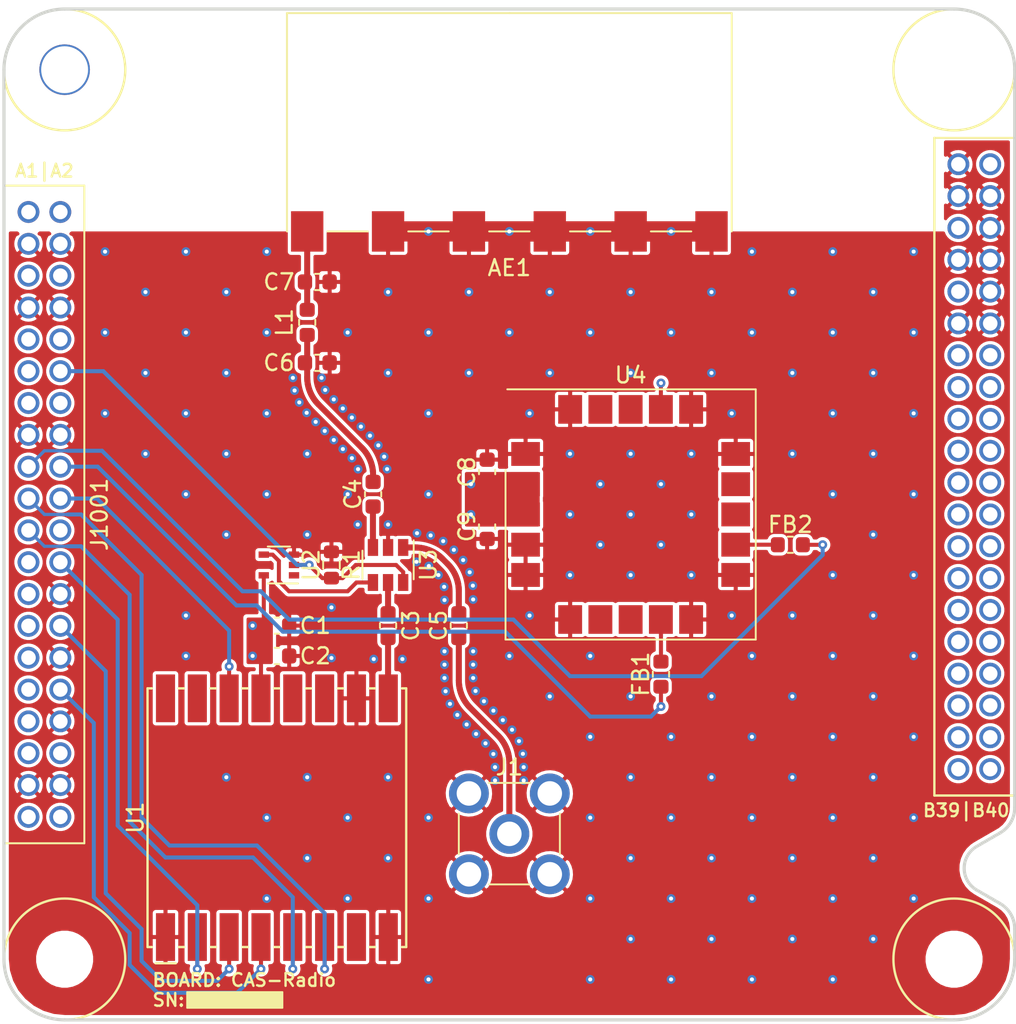
<source format=kicad_pcb>
(kicad_pcb (version 20171130) (host pcbnew "(5.1.9)-1")
  (layers (0 F.Cu signal) (1 In1.Cu power) (2 In2.Cu power) (31 B.Cu signal) (34 B.Paste user) (35 F.Paste user) (36 B.SilkS user) (37 F.SilkS user) (38 B.Mask user) (39 F.Mask user) (44 Edge.Cuts user))
  (net 0 "")
  (net 1 "Net-(AE1-Pad1)")
  (net 2 GND)
  (net 3 +3V3)
  (net 4 "Net-(C3-Pad1)")
  (net 5 /ANT)
  (net 6 "Net-(C4-Pad2)")
  (net 7 "Net-(C4-Pad1)")
  (net 8 "Net-(C5-Pad1)")
  (net 9 "Net-(C5-Pad2)")
  (net 10 /CAS-bus/SPI0_nSS5)
  (net 11 +BATT)
  (net 12 /CAS-bus/SPI0_nSS2)
  (net 13 /A)
  (net 14 +5V)
  (net 15 /CAS-bus/SPI0_nSS6)
  (net 16 /RF_INT)
  (net 17 /CAS-bus/SPI0_nSS4)
  (net 18 /CAS-bus/INT4)
  (net 19 /CAS-bus/I2C0_SDA)
  (net 20 /CAS-bus/SPI0_nSS8)
  (net 21 /CAS-bus/SPI0_nSS3)
  (net 22 /CAS-bus/SPI0_nSS7)
  (net 23 /SPI_nSS1)
  (net 24 /SPI_MOSI)
  (net 25 /SPI_MISO)
  (net 26 /CAS-bus/INT1)
  (net 27 /CAS-bus/I2C0_SCL)
  (net 28 /CAS-bus/INT3)
  (net 29 /RF_RST)
  (net 30 /CAS-bus/INT5)
  (net 31 /SPI_SCK)
  (net 32 /CAS-bus/INT2)
  (net 33 /CAS-bus/SPIHS_nSS2)
  (net 34 /CAS-bus/SPIHS_SCK)
  (net 35 "Net-(J1001-PadB19)")
  (net 36 "Net-(J1001-PadB29)")
  (net 37 "Net-(J1001-PadB35)")
  (net 38 "Net-(J1001-PadB23)")
  (net 39 "Net-(J1001-PadB21)")
  (net 40 "Net-(J1001-PadB16)")
  (net 41 "Net-(J1001-PadB26)")
  (net 42 "Net-(J1001-PadB31)")
  (net 43 "Net-(J1001-PadB27)")
  (net 44 "Net-(J1001-PadB15)")
  (net 45 "Net-(J1001-PadB18)")
  (net 46 "Net-(J1001-PadB20)")
  (net 47 /CAS-bus/SPIHS_nSS1)
  (net 48 "Net-(J1001-PadB17)")
  (net 49 "Net-(J1001-PadB40)")
  (net 50 "Net-(J1001-PadB25)")
  (net 51 "Net-(J1001-PadB28)")
  (net 52 "Net-(J1001-PadB32)")
  (net 53 "Net-(J1001-PadB33)")
  (net 54 "Net-(J1001-PadB22)")
  (net 55 "Net-(J1001-PadB38)")
  (net 56 /CAS-bus/SPIHS_MISO)
  (net 57 "Net-(J1001-PadB30)")
  (net 58 "Net-(J1001-PadB37)")
  (net 59 "Net-(J1001-PadB36)")
  (net 60 /CAS-bus/SPIHS_MOSI)
  (net 61 "Net-(J1001-PadB39)")
  (net 62 "Net-(J1001-PadB24)")
  (net 63 "Net-(J1001-PadB34)")
  (net 64 "Net-(U1-Pad7)")
  (net 65 "Net-(U1-Pad11)")
  (net 66 "Net-(U1-Pad12)")
  (net 67 "Net-(U1-Pad15)")
  (net 68 "Net-(U1-Pad16)")
  (net 69 /B)
  (net 70 "Net-(U4-Pad7)")
  (net 71 "Net-(U4-Pad8)")
  (net 72 /SDA)
  (net 73 /SCL)
  (net 74 "Net-(U4-Pad13)")
  (net 75 "Net-(U4-Pad14)")
  (net 76 "Net-(U4-Pad18)")
  (net 77 "Net-(U4-Pad19)")
  (net 78 "Net-(FB1-Pad2)")
  (net 79 "Net-(FB2-Pad2)")
  (module RF_GPS:ublox_SAM-M8Q (layer F.Cu) (at 39.37 31.75)
    (fp_text reference U4 (at 0 -8.75) (layer F.SilkS))
    (fp_text value ublox_SAM-M8Q)
    (pad 20 smd rect (at -3.8 -6.6) (size 1.5 1.8) (layers F.Cu F.Mask) (net 2 GND))
    (pad 19 smd rect (at -1.9 -6.6) (size 1.5 1.8) (layers F.Cu F.Mask) (net 77 "Net-(U4-Pad19)"))
    (pad 18 smd rect (at 0 -6.6) (size 1.5 1.8) (layers F.Cu F.Mask) (net 76 "Net-(U4-Pad18)"))
    (pad 17 smd rect (at 1.9 -6.6) (size 1.5 1.8) (layers F.Cu F.Mask) (net 3 +3V3))
    (pad 16 smd rect (at 3.8 -6.6) (size 1.5 1.8) (layers F.Cu F.Mask) (net 2 GND))
    (pad 15 smd rect (at 6.6 -3.8) (size 1.8 1.5) (layers F.Cu F.Mask) (net 2 GND))
    (pad 14 smd rect (at 6.6 -1.9) (size 1.8 1.5) (layers F.Cu F.Mask) (net 75 "Net-(U4-Pad14)"))
    (pad 13 smd rect (at 6.6 0) (size 1.8 1.5) (layers F.Cu F.Mask) (net 74 "Net-(U4-Pad13)"))
    (pad 12 smd rect (at 6.6 1.9) (size 1.8 1.5) (layers F.Cu F.Mask) (net 79 "Net-(FB2-Pad2)"))
    (pad 11 smd rect (at 6.6 3.8) (size 1.8 1.5) (layers F.Cu F.Mask) (net 2 GND))
    (pad 10 smd rect (at 3.8 6.6) (size 1.5 1.8) (layers F.Cu F.Mask) (net 2 GND))
    (pad 9 smd rect (at 1.9 6.6) (size 1.5 1.8) (layers F.Cu F.Mask) (net 78 "Net-(FB1-Pad2)"))
    (pad 8 smd rect (at 0 6.6) (size 1.5 1.8) (layers F.Cu F.Mask) (net 71 "Net-(U4-Pad8)"))
    (pad 7 smd rect (at -1.9 6.6) (size 1.5 1.8) (layers F.Cu F.Mask) (net 70 "Net-(U4-Pad7)"))
    (pad 6 smd rect (at -3.8 6.6) (size 1.5 1.8) (layers F.Cu F.Mask) (net 2 GND))
    (pad 5 smd rect (at -6.6 3.8) (size 1.8 1.5) (layers F.Cu F.Mask) (net 2 GND))
    (pad 4 smd rect (at -6.6 1.9) (size 1.8 1.5) (layers F.Cu F.Mask) (net 2 GND))
    (pad 3 smd rect (at -6.6 0) (size 1.8 1.5) (layers F.Cu F.Mask) (net 3 +3V3))
    (pad 2 smd rect (at -6.6 -1.9) (size 1.8 1.5) (layers F.Cu F.Mask) (net 3 +3V3))
    (pad 1 smd rect (at -6.6 -3.8) (size 1.8 1.5) (layers F.Cu F.Mask) (net 2 GND))
  )
  (module star-common-lib:ANT-433-SP (layer F.Cu) (at 31.75 13.97)
    (fp_text reference AE1 (at 0 2.286) (layer F.SilkS))
    (fp_text value ANT-433-SP)
    (pad 2 smd rect (at 12.7 0) (size 2.032 2.54) (layers F.Cu F.Paste F.Mask) (net 2 GND))
    (pad 2 smd rect (at 7.62 0) (size 2.032 2.54) (layers F.Cu F.Paste F.Mask) (net 2 GND))
    (pad 2 smd rect (at 2.54 0) (size 2.032 2.54) (layers F.Cu F.Paste F.Mask) (net 2 GND))
    (pad 2 smd rect (at -2.54 0) (size 2.032 2.54) (layers F.Cu F.Paste F.Mask) (net 2 GND))
    (pad 2 smd rect (at -7.62 0) (size 2.032 2.54) (layers F.Cu F.Paste F.Mask) (net 2 GND))
    (pad 1 smd rect (at -12.7 0) (size 2.032 2.54) (layers F.Cu F.Paste F.Mask) (net 1 "Net-(AE1-Pad1)"))
  )
  (module star-common-lib:SMA_Molex_73391-0083_Horizontal (layer F.Cu) (at 31.75 51.816 180)
    (fp_text reference J1 (at 0 4.191 180) (layer F.SilkS))
    (fp_text value SMA)
    (pad 2 thru_hole circle (at -2.54 2.54 180) (size 2.5 2.5) (drill 1.54) (layers *.Cu *.Mask) (net 2 GND))
    (pad 2 thru_hole circle (at -2.54 -2.54 180) (size 2.5 2.5) (drill 1.54) (layers *.Cu *.Mask) (net 2 GND))
    (pad 2 thru_hole circle (at 2.54 -2.54 180) (size 2.5 2.5) (drill 1.54) (layers *.Cu *.Mask) (net 2 GND))
    (pad 2 thru_hole circle (at 2.54 2.54 270) (size 2.5 2.5) (drill 1.54) (layers *.Cu *.Mask) (net 2 GND))
    (pad 1 thru_hole circle (at 0 0 180) (size 2.5 2.5) (drill 1.54) (layers *.Cu *.Mask) (net 8 "Net-(C5-Pad1)"))
  )
  (module star-common-lib:RFM69HCW-XXXS2 (layer F.Cu) (at 17.145 50.8 90)
    (fp_text reference U1 (at 0 -8.89 90) (layer F.SilkS))
    (fp_text value RFM69HCW)
    (pad 16 smd rect (at 7.49808 -6.9977 90) (size 2.99974 1.19888) (layers F.Cu F.Paste F.Mask) (net 68 "Net-(U1-Pad16)"))
    (pad 15 smd rect (at 7.49808 -4.99872 90) (size 2.99974 1.19888) (layers F.Cu F.Paste F.Mask) (net 67 "Net-(U1-Pad15)"))
    (pad 14 smd rect (at 7.49808 -2.99974 90) (size 2.99974 1.19888) (layers F.Cu F.Paste F.Mask) (net 16 /RF_INT))
    (pad 13 smd rect (at 7.49808 -0.99822 90) (size 2.99974 1.19888) (layers F.Cu F.Paste F.Mask) (net 3 +3V3))
    (pad 12 smd rect (at 7.49808 0.99822 90) (size 2.99974 1.19888) (layers F.Cu F.Paste F.Mask) (net 66 "Net-(U1-Pad12)"))
    (pad 11 smd rect (at 7.49808 2.99974 90) (size 2.99974 1.19888) (layers F.Cu F.Paste F.Mask) (net 65 "Net-(U1-Pad11)"))
    (pad 10 smd rect (at 7.49808 4.99872 90) (size 2.99974 1.19888) (layers F.Cu F.Paste F.Mask) (net 2 GND))
    (pad 9 smd rect (at 7.49808 6.9977 90) (size 2.99974 1.19888) (layers F.Cu F.Paste F.Mask) (net 5 /ANT))
    (pad 8 smd rect (at -7.49808 6.9977 90) (size 2.99974 1.19888) (layers F.Cu F.Paste F.Mask) (net 2 GND))
    (pad 7 smd rect (at -7.49808 4.99872 90) (size 2.99974 1.19888) (layers F.Cu F.Paste F.Mask) (net 64 "Net-(U1-Pad7)"))
    (pad 6 smd rect (at -7.49808 2.99974 90) (size 2.99974 1.19888) (layers F.Cu F.Paste F.Mask) (net 29 /RF_RST))
    (pad 5 smd rect (at -7.49808 0.99822 90) (size 2.99974 1.19888) (layers F.Cu F.Paste F.Mask) (net 23 /SPI_nSS1))
    (pad 4 smd rect (at -7.49808 -0.99822 90) (size 2.99974 1.19888) (layers F.Cu F.Paste F.Mask) (net 31 /SPI_SCK))
    (pad 3 smd rect (at -7.49808 -2.99974 90) (size 2.99974 1.19888) (layers F.Cu F.Paste F.Mask) (net 24 /SPI_MOSI))
    (pad 2 smd rect (at -7.49808 -4.99872 90) (size 2.99974 1.19888) (layers F.Cu F.Paste F.Mask) (net 25 /SPI_MISO))
    (pad 1 smd rect (at -7.49808 -6.9977 90) (size 2.99974 1.19888) (layers F.Cu F.Paste F.Mask) (net 2 GND))
  )
  (module star-common-lib:CAS_physical (layer F.Cu) (at 0 0)
    (fp_text reference J1001 (at 6 31.75 90) (layer F.SilkS))
    (fp_text value CAS_stacking)
    (fp_text user "BOARD: CAS-Radio" (at 9.25 61) (layer F.SilkS) (effects (font (size 0.8 0.8)) (justify left)))
    (fp_text user SN: (at 9.25 62.25) (layer F.SilkS) (effects (font (size 0.8 0.8)) (justify left)))
    (fp_text user BOARD: (at 9.25 61) (layer F.SilkS) (effects (font (size 0.8 0.8)) (justify left)))
    (fp_arc (start 61.9125 53.975) (end 61.118751 52.600185) (angle -120) (layer Edge.Cuts) (width 0.2))
    (fp_arc (start 61.663387 57.785) (end 63.5 57.785) (angle -60) (layer Edge.Cuts) (width 0.2))
    (fp_arc (start 61.663386 50.165) (end 62.581693 51.755554) (angle -60) (layer Edge.Cuts) (width 0.2))
    (fp_text user B39|B40 (at 60.452 50.34) (layer F.SilkS) (effects (font (size 0.8 0.8))))
    (fp_text user A1|A2 (at 2.54 10.16) (layer F.SilkS) (effects (font (size 0.8 0.8))))
    (fp_arc (start 3.81 59.69) (end 0 59.69) (angle -90) (layer Edge.Cuts) (width 0.2))
    (fp_arc (start 59.69 59.69) (end 59.69 63.5) (angle -90) (layer Edge.Cuts) (width 0.2))
    (fp_arc (start 59.69 3.81) (end 63.5 3.81) (angle -90) (layer Edge.Cuts) (width 0.2))
    (fp_arc (start 3.81 3.81) (end 3.81 0) (angle -90) (layer Edge.Cuts) (width 0.2))
    (fp_line (start 61.11875 55.349816) (end 62.581693 56.194446) (layer Edge.Cuts) (width 0.2))
    (fp_line (start 61.118751 52.600185) (end 62.581694 51.755555) (layer Edge.Cuts) (width 0.2))
    (fp_line (start 63.5 57.785) (end 63.5 59.69) (layer Edge.Cuts) (width 0.2))
    (fp_line (start 0 59.69) (end 0 3.81) (layer Edge.Cuts) (width 0.2))
    (fp_line (start 59.69 63.5) (end 3.81 63.5) (layer Edge.Cuts) (width 0.2))
    (fp_line (start 63.5 3.81) (end 63.5 50.165) (layer Edge.Cuts) (width 0.2))
    (fp_line (start 3.81 0) (end 59.69 0) (layer Edge.Cuts) (width 0.2))
    (pad "" np_thru_hole circle (at 59.69 3.81) (size 3.175 3.175) (drill 3.175) (layers *.Cu *.Mask))
    (pad "" np_thru_hole circle (at 59.69 59.69) (size 3.175 3.175) (drill 3.175) (layers *.Cu *.Mask))
    (pad "" np_thru_hole circle (at 3.81 59.69) (size 3.175 3.175) (drill 3.175) (layers *.Cu *.Mask))
    (pad "" np_thru_hole circle (at 3.81 3.81) (size 3.175 3.175) (drill 2.9464) (layers *.Cu *.Mask))
    (pad B34 thru_hole circle (at 61.96 41.75 270) (size 1.3716 1.3716) (drill 0.9144) (layers *.Cu *.Mask) (net 63 "Net-(J1001-PadB34)"))
    (pad B24 thru_hole circle (at 61.96 31.75 270) (size 1.3716 1.3716) (drill 0.9144) (layers *.Cu *.Mask) (net 62 "Net-(J1001-PadB24)"))
    (pad B39 thru_hole circle (at 59.96 47.75 270) (size 1.3716 1.3716) (drill 0.9144) (layers *.Cu *.Mask) (net 61 "Net-(J1001-PadB39)"))
    (pad B9 thru_hole circle (at 59.96 17.75 270) (size 1.3716 1.3716) (drill 0.9144) (layers *.Cu *.Mask) (net 60 /CAS-bus/SPIHS_MOSI))
    (pad B36 thru_hole circle (at 61.96 43.75 270) (size 1.3716 1.3716) (drill 0.9144) (layers *.Cu *.Mask) (net 59 "Net-(J1001-PadB36)"))
    (pad B37 thru_hole circle (at 59.96 45.75 270) (size 1.3716 1.3716) (drill 0.9144) (layers *.Cu *.Mask) (net 58 "Net-(J1001-PadB37)"))
    (pad B30 thru_hole circle (at 61.96 37.75 270) (size 1.3716 1.3716) (drill 0.9144) (layers *.Cu *.Mask) (net 57 "Net-(J1001-PadB30)"))
    (pad B5 thru_hole circle (at 59.96 13.7501 270) (size 1.3716 1.3716) (drill 0.9144) (layers *.Cu *.Mask) (net 56 /CAS-bus/SPIHS_MISO))
    (pad B38 thru_hole circle (at 61.96 45.75 270) (size 1.3716 1.3716) (drill 0.9144) (layers *.Cu *.Mask) (net 55 "Net-(J1001-PadB38)"))
    (pad B22 thru_hole circle (at 61.96 29.75 270) (size 1.3716 1.3716) (drill 0.9144) (layers *.Cu *.Mask) (net 54 "Net-(J1001-PadB22)"))
    (pad B33 thru_hole circle (at 59.96 41.75 270) (size 1.3716 1.3716) (drill 0.9144) (layers *.Cu *.Mask) (net 53 "Net-(J1001-PadB33)"))
    (pad B32 thru_hole circle (at 61.96 39.75 270) (size 1.3716 1.3716) (drill 0.9144) (layers *.Cu *.Mask) (net 52 "Net-(J1001-PadB32)"))
    (pad B1 thru_hole circle (at 59.96 9.7501 270) (size 1.3716 1.3716) (drill 0.9144) (layers *.Cu *.Mask) (net 2 GND))
    (pad B28 thru_hole circle (at 61.96 35.75 270) (size 1.3716 1.3716) (drill 0.9144) (layers *.Cu *.Mask) (net 51 "Net-(J1001-PadB28)"))
    (pad B25 thru_hole circle (at 59.96 33.75 270) (size 1.3716 1.3716) (drill 0.9144) (layers *.Cu *.Mask) (net 50 "Net-(J1001-PadB25)"))
    (pad B40 thru_hole circle (at 61.96 47.75 270) (size 1.3716 1.3716) (drill 0.9144) (layers *.Cu *.Mask) (net 49 "Net-(J1001-PadB40)"))
    (pad B17 thru_hole circle (at 59.96 25.75 270) (size 1.3716 1.3716) (drill 0.9144) (layers *.Cu *.Mask) (net 48 "Net-(J1001-PadB17)"))
    (pad B13 thru_hole circle (at 59.96 21.75 270) (size 1.3716 1.3716) (drill 0.9144) (layers *.Cu *.Mask) (net 47 /CAS-bus/SPIHS_nSS1))
    (pad B20 thru_hole circle (at 61.96 27.75 270) (size 1.3716 1.3716) (drill 0.9144) (layers *.Cu *.Mask) (net 46 "Net-(J1001-PadB20)"))
    (pad B10 thru_hole circle (at 61.96 17.75 270) (size 1.3716 1.3716) (drill 0.9144) (layers *.Cu *.Mask) (net 2 GND))
    (pad B7 thru_hole circle (at 59.96 15.7501 270) (size 1.3716 1.3716) (drill 0.9144) (layers *.Cu *.Mask) (net 2 GND))
    (pad B18 thru_hole circle (at 61.96 25.75 270) (size 1.3716 1.3716) (drill 0.9144) (layers *.Cu *.Mask) (net 45 "Net-(J1001-PadB18)"))
    (pad B8 thru_hole circle (at 61.96 15.7501 270) (size 1.3716 1.3716) (drill 0.9144) (layers *.Cu *.Mask) (net 2 GND))
    (pad B15 thru_hole circle (at 59.96 23.75 270) (size 1.3716 1.3716) (drill 0.9144) (layers *.Cu *.Mask) (net 44 "Net-(J1001-PadB15)"))
    (pad B27 thru_hole circle (at 59.96 35.75 270) (size 1.3716 1.3716) (drill 0.9144) (layers *.Cu *.Mask) (net 43 "Net-(J1001-PadB27)"))
    (pad B31 thru_hole circle (at 59.96 39.75 270) (size 1.3716 1.3716) (drill 0.9144) (layers *.Cu *.Mask) (net 42 "Net-(J1001-PadB31)"))
    (pad B26 thru_hole circle (at 61.96 33.75 270) (size 1.3716 1.3716) (drill 0.9144) (layers *.Cu *.Mask) (net 41 "Net-(J1001-PadB26)"))
    (pad B16 thru_hole circle (at 61.96 23.75 270) (size 1.3716 1.3716) (drill 0.9144) (layers *.Cu *.Mask) (net 40 "Net-(J1001-PadB16)"))
    (pad B21 thru_hole circle (at 59.96 29.75 270) (size 1.3716 1.3716) (drill 0.9144) (layers *.Cu *.Mask) (net 39 "Net-(J1001-PadB21)"))
    (pad B11 thru_hole circle (at 59.96 19.75 270) (size 1.3716 1.3716) (drill 0.9144) (layers *.Cu *.Mask) (net 2 GND))
    (pad B3 thru_hole circle (at 59.96 11.7501 270) (size 1.3716 1.3716) (drill 0.9144) (layers *.Cu *.Mask) (net 2 GND))
    (pad B12 thru_hole circle (at 61.96 19.75 270) (size 1.3716 1.3716) (drill 0.9144) (layers *.Cu *.Mask) (net 2 GND))
    (pad B6 thru_hole circle (at 61.96 13.7501 90) (size 1.3716 1.3716) (drill 0.9144) (layers *.Cu *.Mask) (net 2 GND))
    (pad B4 thru_hole circle (at 61.96 11.7501 270) (size 1.3716 1.3716) (drill 0.9144) (layers *.Cu *.Mask) (net 2 GND))
    (pad B23 thru_hole circle (at 59.96 31.75 270) (size 1.3716 1.3716) (drill 0.9144) (layers *.Cu *.Mask) (net 38 "Net-(J1001-PadB23)"))
    (pad B35 thru_hole circle (at 59.96 43.75 270) (size 1.3716 1.3716) (drill 0.9144) (layers *.Cu *.Mask) (net 37 "Net-(J1001-PadB35)"))
    (pad B29 thru_hole circle (at 59.96 37.75 270) (size 1.3716 1.3716) (drill 0.9144) (layers *.Cu *.Mask) (net 36 "Net-(J1001-PadB29)"))
    (pad B19 thru_hole circle (at 59.96 27.75 270) (size 1.3716 1.3716) (drill 0.9144) (layers *.Cu *.Mask) (net 35 "Net-(J1001-PadB19)"))
    (pad B2 thru_hole circle (at 61.96 9.7501 270) (size 1.3716 1.3716) (drill 0.9144) (layers *.Cu *.Mask) (net 34 /CAS-bus/SPIHS_SCK))
    (pad B14 thru_hole circle (at 61.96 21.75 270) (size 1.3716 1.3716) (drill 0.9144) (layers *.Cu *.Mask) (net 33 /CAS-bus/SPIHS_nSS2))
    (pad A7 thru_hole circle (at 1.54 18.75 90) (size 1.3716 1.3716) (drill 0.9144) (layers *.Cu *.Mask) (net 2 GND))
    (pad A17 thru_hole circle (at 1.54 28.75 90) (size 1.3716 1.3716) (drill 0.9144) (layers *.Cu *.Mask) (net 73 /SCL))
    (pad A2 thru_hole circle (at 3.54 12.75 90) (size 1.3716 1.3716) (drill 0.9144) (layers *.Cu *.Mask) (net 32 /CAS-bus/INT2))
    (pad A32 thru_hole circle (at 3.54 42.75 90) (size 1.3716 1.3716) (drill 0.9144) (layers *.Cu *.Mask) (net 31 /SPI_SCK))
    (pad A5 thru_hole circle (at 1.54 16.75 90) (size 1.3716 1.3716) (drill 0.9144) (layers *.Cu *.Mask) (net 14 +5V))
    (pad A4 thru_hole circle (at 3.54 14.75 90) (size 1.3716 1.3716) (drill 0.9144) (layers *.Cu *.Mask) (net 2 GND))
    (pad A11 thru_hole circle (at 1.54 22.75 90) (size 1.3716 1.3716) (drill 0.9144) (layers *.Cu *.Mask) (net 30 /CAS-bus/INT5))
    (pad A36 thru_hole circle (at 3.54 46.7499 90) (size 1.3716 1.3716) (drill 0.9144) (layers *.Cu *.Mask) (net 3 +3V3))
    (pad A3 thru_hole circle (at 1.54 14.75 90) (size 1.3716 1.3716) (drill 0.9144) (layers *.Cu *.Mask) (net 2 GND))
    (pad A19 thru_hole circle (at 1.54 30.75 90) (size 1.3716 1.3716) (drill 0.9144) (layers *.Cu *.Mask) (net 29 /RF_RST))
    (pad A8 thru_hole circle (at 3.54 18.75 90) (size 1.3716 1.3716) (drill 0.9144) (layers *.Cu *.Mask) (net 2 GND))
    (pad A9 thru_hole circle (at 1.54 20.75 90) (size 1.3716 1.3716) (drill 0.9144) (layers *.Cu *.Mask) (net 28 /CAS-bus/INT3))
    (pad A40 thru_hole circle (at 3.54 50.7499 90) (size 1.3716 1.3716) (drill 0.9144) (layers *.Cu *.Mask) (net 11 +BATT))
    (pad A13 thru_hole circle (at 1.54 24.75 90) (size 1.3716 1.3716) (drill 0.9144) (layers *.Cu *.Mask) (net 27 /CAS-bus/I2C0_SCL))
    (pad A16 thru_hole circle (at 3.54 26.75 90) (size 1.3716 1.3716) (drill 0.9144) (layers *.Cu *.Mask) (net 2 GND))
    (pad A1 thru_hole circle (at 1.54 12.75 90) (size 1.3716 1.3716) (drill 0.9144) (layers *.Cu *.Mask) (net 26 /CAS-bus/INT1))
    (pad A24 thru_hole circle (at 3.54 34.75 90) (size 1.3716 1.3716) (drill 0.9144) (layers *.Cu *.Mask) (net 25 /SPI_MISO))
    (pad A28 thru_hole circle (at 3.54 38.75 90) (size 1.3716 1.3716) (drill 0.9144) (layers *.Cu *.Mask) (net 24 /SPI_MOSI))
    (pad A21 thru_hole circle (at 1.54 32.75 90) (size 1.3716 1.3716) (drill 0.9144) (layers *.Cu *.Mask) (net 23 /SPI_nSS1))
    (pad A31 thru_hole circle (at 1.54 42.75 90) (size 1.3716 1.3716) (drill 0.9144) (layers *.Cu *.Mask) (net 22 /CAS-bus/SPI0_nSS7))
    (pad A34 thru_hole circle (at 3.54 44.7499 90) (size 1.3716 1.3716) (drill 0.9144) (layers *.Cu *.Mask) (net 2 GND))
    (pad A23 thru_hole circle (at 1.54 34.75 90) (size 1.3716 1.3716) (drill 0.9144) (layers *.Cu *.Mask) (net 21 /CAS-bus/SPI0_nSS3))
    (pad A33 thru_hole circle (at 1.54 44.7499 90) (size 1.3716 1.3716) (drill 0.9144) (layers *.Cu *.Mask) (net 20 /CAS-bus/SPI0_nSS8))
    (pad A26 thru_hole circle (at 3.54 36.75 90) (size 1.3716 1.3716) (drill 0.9144) (layers *.Cu *.Mask) (net 2 GND))
    (pad A14 thru_hole circle (at 3.54 24.75 90) (size 1.3716 1.3716) (drill 0.9144) (layers *.Cu *.Mask) (net 19 /CAS-bus/I2C0_SDA))
    (pad A10 thru_hole circle (at 3.54 20.75 90) (size 1.3716 1.3716) (drill 0.9144) (layers *.Cu *.Mask) (net 18 /CAS-bus/INT4))
    (pad A15 thru_hole circle (at 1.54 26.75 90) (size 1.3716 1.3716) (drill 0.9144) (layers *.Cu *.Mask) (net 2 GND))
    (pad A25 thru_hole circle (at 1.54 36.75 90) (size 1.3716 1.3716) (drill 0.9144) (layers *.Cu *.Mask) (net 17 /CAS-bus/SPI0_nSS4))
    (pad A20 thru_hole circle (at 3.54 30.75 90) (size 1.3716 1.3716) (drill 0.9144) (layers *.Cu *.Mask) (net 16 /RF_INT))
    (pad A30 thru_hole circle (at 3.54 40.75 90) (size 1.3716 1.3716) (drill 0.9144) (layers *.Cu *.Mask) (net 2 GND))
    (pad A38 thru_hole circle (at 3.54 48.7499 90) (size 1.3716 1.3716) (drill 0.9144) (layers *.Cu *.Mask) (net 2 GND))
    (pad A29 thru_hole circle (at 1.54 40.75 90) (size 1.3716 1.3716) (drill 0.9144) (layers *.Cu *.Mask) (net 15 /CAS-bus/SPI0_nSS6))
    (pad A35 thru_hole circle (at 1.54 46.7499 90) (size 1.3716 1.3716) (drill 0.9144) (layers *.Cu *.Mask) (net 3 +3V3))
    (pad A37 thru_hole circle (at 1.54 48.7499 90) (size 1.3716 1.3716) (drill 0.9144) (layers *.Cu *.Mask) (net 2 GND))
    (pad A18 thru_hole circle (at 3.54 28.75 90) (size 1.3716 1.3716) (drill 0.9144) (layers *.Cu *.Mask) (net 72 /SDA))
    (pad A6 thru_hole circle (at 3.54 16.75 90) (size 1.3716 1.3716) (drill 0.9144) (layers *.Cu *.Mask) (net 14 +5V))
    (pad A12 thru_hole circle (at 3.54 22.75 90) (size 1.3716 1.3716) (drill 0.9144) (layers *.Cu *.Mask) (net 13 /A))
    (pad A22 thru_hole circle (at 3.54 32.75 90) (size 1.3716 1.3716) (drill 0.9144) (layers *.Cu *.Mask) (net 12 /CAS-bus/SPI0_nSS2))
    (pad A39 thru_hole circle (at 1.54 50.7499 90) (size 1.3716 1.3716) (drill 0.9144) (layers *.Cu *.Mask) (net 11 +BATT))
    (pad A27 thru_hole circle (at 1.54 38.75 90) (size 1.3716 1.3716) (drill 0.9144) (layers *.Cu *.Mask) (net 10 /CAS-bus/SPI0_nSS5))
  )
  (module Capacitor_SMD:C_0603_1608Metric (layer F.Cu) (at 17.145 38.735)
    (fp_text reference C1 (at 2.413 0) (layer F.SilkS))
    (fp_text value 10uF)
    (pad 2 smd roundrect (at 0.775 0) (size 0.9 0.95) (layers F.Cu F.Paste F.Mask) (net 2 GND))
    (pad 1 smd roundrect (at -0.775 0) (size 0.9 0.95) (layers F.Cu F.Paste F.Mask) (net 3 +3V3))
  )
  (module Capacitor_SMD:C_0603_1608Metric (layer F.Cu) (at 17.145 40.64)
    (fp_text reference C2 (at 2.413 0) (layer F.SilkS))
    (fp_text value 0.1uF)
    (pad 2 smd roundrect (at 0.775 0) (size 0.9 0.95) (layers F.Cu F.Paste F.Mask) (net 2 GND))
    (pad 1 smd roundrect (at -0.775 0) (size 0.9 0.95) (layers F.Cu F.Paste F.Mask) (net 3 +3V3))
  )
  (module Capacitor_SMD:C_0603_1608Metric (layer F.Cu) (at 24.13 38.735 270)
    (fp_text reference C3 (at 0 -1.43 90) (layer F.SilkS))
    (fp_text value 1nF)
    (pad 1 smd roundrect (at -0.775 0 270) (size 0.9 0.95) (layers F.Cu F.Paste F.Mask) (net 4 "Net-(C3-Pad1)"))
    (pad 2 smd roundrect (at 0.775 0 270) (size 0.9 0.95) (layers F.Cu F.Paste F.Mask) (net 5 /ANT))
  )
  (module Capacitor_SMD:C_0603_1608Metric (layer F.Cu) (at 23.1902 30.48 270)
    (fp_text reference C4 (at 0 1.27 90) (layer F.SilkS))
    (fp_text value 1nF)
    (pad 2 smd roundrect (at 0.775 0 270) (size 0.9 0.95) (layers F.Cu F.Paste F.Mask) (net 6 "Net-(C4-Pad2)"))
    (pad 1 smd roundrect (at -0.775 0 270) (size 0.9 0.95) (layers F.Cu F.Paste F.Mask) (net 7 "Net-(C4-Pad1)"))
  )
  (module Capacitor_SMD:C_0603_1608Metric (layer F.Cu) (at 28.575 38.735 90)
    (fp_text reference C5 (at 0 -1.27 90) (layer F.SilkS))
    (fp_text value 1nF)
    (pad 2 smd roundrect (at 0.775 0 90) (size 0.9 0.95) (layers F.Cu F.Paste F.Mask) (net 9 "Net-(C5-Pad2)"))
    (pad 1 smd roundrect (at -0.775 0 90) (size 0.9 0.95) (layers F.Cu F.Paste F.Mask) (net 8 "Net-(C5-Pad1)"))
  )
  (module Capacitor_SMD:C_0603_1608Metric (layer F.Cu) (at 19.685 22.225)
    (fp_text reference C6 (at -2.413 0) (layer F.SilkS))
    (fp_text value DNP)
    (pad 2 smd roundrect (at 0.775 0) (size 0.9 0.95) (layers F.Cu F.Paste F.Mask) (net 2 GND))
    (pad 1 smd roundrect (at -0.775 0) (size 0.9 0.95) (layers F.Cu F.Paste F.Mask) (net 7 "Net-(C4-Pad1)"))
  )
  (module Capacitor_SMD:C_0603_1608Metric (layer F.Cu) (at 19.685 17.145)
    (fp_text reference C7 (at -2.413 0) (layer F.SilkS))
    (fp_text value DNP)
    (pad 1 smd roundrect (at -0.775 0) (size 0.9 0.95) (layers F.Cu F.Paste F.Mask) (net 1 "Net-(AE1-Pad1)"))
    (pad 2 smd roundrect (at 0.775 0) (size 0.9 0.95) (layers F.Cu F.Paste F.Mask) (net 2 GND))
  )
  (module Inductor_SMD:L_0603_1608Metric (layer F.Cu) (at 19.05 19.685 90)
    (fp_text reference L1 (at 0 -1.43 90) (layer F.SilkS))
    (fp_text value 0R)
    (pad 1 smd roundrect (at -0.7875 0 90) (size 0.875 0.95) (layers F.Cu F.Paste F.Mask) (net 7 "Net-(C4-Pad1)"))
    (pad 2 smd roundrect (at 0.7875 0 90) (size 0.875 0.95) (layers F.Cu F.Paste F.Mask) (net 1 "Net-(AE1-Pad1)"))
  )
  (module Resistor_SMD:R_0603_1608Metric (layer F.Cu) (at 20.574 34.925 90)
    (fp_text reference R1 (at 0 1.25 90) (layer F.SilkS))
    (fp_text value 1k)
    (pad 1 smd roundrect (at -0.825 0 90) (size 0.8 0.95) (layers F.Cu F.Paste F.Mask) (net 13 /A))
    (pad 2 smd roundrect (at 0.825 0 90) (size 0.8 0.95) (layers F.Cu F.Paste F.Mask) (net 2 GND))
  )
  (module Package_TO_SOT_SMD:SOT-353_SC-70-5 (layer F.Cu) (at 17.272 34.925 180)
    (fp_text reference U2 (at -2.032 0 90) (layer F.SilkS))
    (fp_text value 74AHC1G04)
    (pad 5 smd rect (at 0.95 -0.65 180) (size 0.65 0.4) (layers F.Cu F.Paste F.Mask) (net 3 +3V3))
    (pad 4 smd rect (at 0.95 0.65 180) (size 0.65 0.4) (layers F.Cu F.Paste F.Mask) (net 69 /B))
    (pad 2 smd rect (at -0.95 0 180) (size 0.65 0.4) (layers F.Cu F.Paste F.Mask) (net 13 /A))
    (pad 3 smd rect (at -0.95 0.65 180) (size 0.65 0.4) (layers F.Cu F.Paste F.Mask) (net 2 GND))
    (pad 1 smd rect (at -0.95 -0.65 180) (size 0.65 0.4) (layers F.Cu F.Paste F.Mask))
  )
  (module Package_TO_SOT_SMD:SOT-23-6 (layer F.Cu) (at 24.13 34.925 270)
    (fp_text reference U3 (at 0 -2.54 90) (layer F.SilkS))
    (fp_text value HMC544AE)
    (pad 1 smd rect (at -1.1 -0.95 270) (size 1.06 0.65) (layers F.Cu F.Paste F.Mask) (net 9 "Net-(C5-Pad2)"))
    (pad 2 smd rect (at -1.1 0 270) (size 1.06 0.65) (layers F.Cu F.Paste F.Mask) (net 2 GND))
    (pad 3 smd rect (at -1.1 0.95 270) (size 1.06 0.65) (layers F.Cu F.Paste F.Mask) (net 6 "Net-(C4-Pad2)"))
    (pad 4 smd rect (at 1.1 0.95 270) (size 1.06 0.65) (layers F.Cu F.Paste F.Mask) (net 69 /B))
    (pad 6 smd rect (at 1.1 -0.95 270) (size 1.06 0.65) (layers F.Cu F.Paste F.Mask) (net 13 /A))
    (pad 5 smd rect (at 1.1 0 270) (size 1.06 0.65) (layers F.Cu F.Paste F.Mask) (net 4 "Net-(C3-Pad1)"))
  )
  (module Inductor_SMD:L_0603_1608Metric (layer F.Cu) (at 41.275 41.783 90)
    (fp_text reference FB1 (at 0 -1.27 90) (layer F.SilkS))
    (fp_text value Ferrite_Bead)
    (pad 2 smd roundrect (at 0.7875 0 90) (size 0.875 0.95) (layers F.Cu F.Paste F.Mask) (net 78 "Net-(FB1-Pad2)"))
    (pad 1 smd roundrect (at -0.7875 0 90) (size 0.875 0.95) (layers F.Cu F.Paste F.Mask) (net 72 /SDA))
  )
  (module Inductor_SMD:L_0603_1608Metric (layer F.Cu) (at 49.403 33.655 180)
    (fp_text reference FB2 (at 0 1.27) (layer F.SilkS))
    (fp_text value Ferrite_Bead)
    (pad 1 smd roundrect (at -0.7875 0 180) (size 0.875 0.95) (layers F.Cu F.Paste F.Mask) (net 73 /SCL))
    (pad 2 smd roundrect (at 0.7875 0 180) (size 0.875 0.95) (layers F.Cu F.Paste F.Mask) (net 79 "Net-(FB2-Pad2)"))
  )
  (module Capacitor_SMD:C_0603_1608Metric (layer F.Cu) (at 30.353 29.083 90)
    (fp_text reference C8 (at 0 -1.27 90) (layer F.SilkS))
    (fp_text value 1uF)
    (pad 1 smd roundrect (at -0.775 0 90) (size 0.9 0.95) (layers F.Cu F.Paste F.Mask) (net 3 +3V3))
    (pad 2 smd roundrect (at 0.775 0 90) (size 0.9 0.95) (layers F.Cu F.Paste F.Mask) (net 2 GND))
  )
  (module Capacitor_SMD:C_0603_1608Metric (layer F.Cu) (at 30.353 32.512 270)
    (fp_text reference C9 (at 0 1.27 90) (layer F.SilkS))
    (fp_text value 0.1uF)
    (pad 2 smd roundrect (at 0.775 0 270) (size 0.9 0.95) (layers F.Cu F.Paste F.Mask) (net 2 GND))
    (pad 1 smd roundrect (at -0.775 0 270) (size 0.9 0.95) (layers F.Cu F.Paste F.Mask) (net 3 +3V3))
  )
  (via (at 25.03 40.835805) (size 0.5588) (drill 0.254) (layers F.Cu B.Cu) (net 2))
  (via (at 23.23 40.835805) (size 0.5588) (drill 0.254) (layers F.Cu B.Cu) (net 2))
  (via (at 32.65 48.462787) (size 0.5588) (drill 0.254) (layers F.Cu B.Cu) (net 2))
  (via (at 32.65 47.624484) (size 0.5588) (drill 0.254) (layers F.Cu B.Cu) (net 2))
  (via (at 32.600582 46.789053) (size 0.5588) (drill 0.254) (layers F.Cu B.Cu) (net 2))
  (via (at 32.355123 45.989939) (size 0.5588) (drill 0.254) (layers F.Cu B.Cu) (net 2))
  (via (at 31.917616 45.277554) (size 0.5588) (drill 0.254) (layers F.Cu B.Cu) (net 2))
  (via (at 31.339212 44.67142) (size 0.5588) (drill 0.254) (layers F.Cu B.Cu) (net 2))
  (via (at 30.746442 44.07865) (size 0.5588) (drill 0.254) (layers F.Cu B.Cu) (net 2))
  (via (at 30.153672 43.48588) (size 0.5588) (drill 0.254) (layers F.Cu B.Cu) (net 2))
  (via (at 29.627117 42.840188) (size 0.5588) (drill 0.254) (layers F.Cu B.Cu) (net 2))
  (via (at 29.475 42.024909) (size 0.5588) (drill 0.254) (layers F.Cu B.Cu) (net 2))
  (via (at 29.475 41.186606) (size 0.5588) (drill 0.254) (layers F.Cu B.Cu) (net 2))
  (via (at 29.475 40.348303) (size 0.5588) (drill 0.254) (layers F.Cu B.Cu) (net 2))
  (via (at 27.675 40.348303) (size 0.5588) (drill 0.254) (layers F.Cu B.Cu) (net 2))
  (via (at 27.675 41.186606) (size 0.5588) (drill 0.254) (layers F.Cu B.Cu) (net 2))
  (via (at 27.675 42.024909) (size 0.5588) (drill 0.254) (layers F.Cu B.Cu) (net 2))
  (via (at 27.74554 42.858353) (size 0.5588) (drill 0.254) (layers F.Cu B.Cu) (net 2))
  (via (at 28.018785 43.648442) (size 0.5588) (drill 0.254) (layers F.Cu B.Cu) (net 2))
  (via (at 28.480893 44.345069) (size 0.5588) (drill 0.254) (layers F.Cu B.Cu) (net 2))
  (via (at 29.066675 44.944467) (size 0.5588) (drill 0.254) (layers F.Cu B.Cu) (net 2))
  (via (at 29.659445 45.537237) (size 0.5588) (drill 0.254) (layers F.Cu B.Cu) (net 2))
  (via (at 30.252215 46.130007) (size 0.5588) (drill 0.254) (layers F.Cu B.Cu) (net 2))
  (via (at 30.743716 46.799569) (size 0.5588) (drill 0.254) (layers F.Cu B.Cu) (net 2))
  (via (at 30.85 47.624484) (size 0.5588) (drill 0.254) (layers F.Cu B.Cu) (net 2))
  (via (at 30.85 48.462787) (size 0.5588) (drill 0.254) (layers F.Cu B.Cu) (net 2))
  (via (at 29.475 37.091196) (size 0.5588) (drill 0.254) (layers F.Cu B.Cu) (net 2))
  (via (at 29.457755 36.222958) (size 0.5588) (drill 0.254) (layers F.Cu B.Cu) (net 2))
  (via (at 29.257155 35.380223) (size 0.5588) (drill 0.254) (layers F.Cu B.Cu) (net 2))
  (via (at 28.84578 34.617902) (size 0.5588) (drill 0.254) (layers F.Cu B.Cu) (net 2))
  (via (at 28.263001 33.975209) (size 0.5588) (drill 0.254) (layers F.Cu B.Cu) (net 2))
  (via (at 27.592142 33.426779) (size 0.5588) (drill 0.254) (layers F.Cu B.Cu) (net 2))
  (via (at 26.80356 33.068163) (size 0.5588) (drill 0.254) (layers F.Cu B.Cu) (net 2))
  (via (at 25.948775 32.927399) (size 0.5588) (drill 0.254) (layers F.Cu B.Cu) (net 2))
  (via (at 25.911896 34.727036) (size 0.5588) (drill 0.254) (layers F.Cu B.Cu) (net 2))
  (via (at 26.69103 34.987408) (size 0.5588) (drill 0.254) (layers F.Cu B.Cu) (net 2))
  (via (at 27.294861 35.557578) (size 0.5588) (drill 0.254) (layers F.Cu B.Cu) (net 2))
  (via (at 27.651346 36.297544) (size 0.5588) (drill 0.254) (layers F.Cu B.Cu) (net 2))
  (via (at 27.675 37.128078) (size 0.5588) (drill 0.254) (layers F.Cu B.Cu) (net 2))
  (via (at 24.069112 28.901558) (size 0.5588) (drill 0.254) (layers F.Cu B.Cu) (net 2))
  (via (at 23.884134 28.120959) (size 0.5588) (drill 0.254) (layers F.Cu B.Cu) (net 2))
  (via (at 23.517002 27.407647) (size 0.5588) (drill 0.254) (layers F.Cu B.Cu) (net 2))
  (via (at 22.99265 26.799858) (size 0.5588) (drill 0.254) (layers F.Cu B.Cu) (net 2))
  (via (at 22.423966 26.231174) (size 0.5588) (drill 0.254) (layers F.Cu B.Cu) (net 2))
  (via (at 21.855282 25.66249) (size 0.5588) (drill 0.254) (layers F.Cu B.Cu) (net 2))
  (via (at 21.286598 25.093806) (size 0.5588) (drill 0.254) (layers F.Cu B.Cu) (net 2))
  (via (at 20.717914 24.525122) (size 0.5588) (drill 0.254) (layers F.Cu B.Cu) (net 2))
  (via (at 20.179619 23.930364) (size 0.5588) (drill 0.254) (layers F.Cu B.Cu) (net 2))
  (via (at 18.150691 23.169233) (size 0.5588) (drill 0.254) (layers F.Cu B.Cu) (net 2))
  (via (at 18.257091 23.964378) (size 0.5588) (drill 0.254) (layers F.Cu B.Cu) (net 2))
  (via (at 18.551442 24.710695) (size 0.5588) (drill 0.254) (layers F.Cu B.Cu) (net 2))
  (via (at 19.016558 25.364417) (size 0.5588) (drill 0.254) (layers F.Cu B.Cu) (net 2))
  (via (at 19.582746 25.935538) (size 0.5588) (drill 0.254) (layers F.Cu B.Cu) (net 2))
  (via (at 20.15143 26.504222) (size 0.5588) (drill 0.254) (layers F.Cu B.Cu) (net 2))
  (via (at 20.720114 27.072906) (size 0.5588) (drill 0.254) (layers F.Cu B.Cu) (net 2))
  (via (at 21.288798 27.64159) (size 0.5588) (drill 0.254) (layers F.Cu B.Cu) (net 2))
  (via (at 21.85702 28.210725) (size 0.5588) (drill 0.254) (layers F.Cu B.Cu) (net 2))
  (via (at 22.245018 28.904393) (size 0.5588) (drill 0.254) (layers F.Cu B.Cu) (net 2))
  (segment (start 19.05 17.005) (end 18.91 17.145) (width 0.379222) (layer F.Cu) (net 1))
  (segment (start 19.05 13.97) (end 19.05 17.005) (width 0.379222) (layer F.Cu) (net 1))
  (segment (start 19.05 17.285) (end 18.91 17.145) (width 0.379222) (layer F.Cu) (net 1))
  (segment (start 19.05 18.8975) (end 19.05 17.285) (width 0.379222) (layer F.Cu) (net 1))
  (via (at 26.67 13.97) (size 0.5588) (drill 0.254) (layers F.Cu B.Cu) (net 2))
  (via (at 31.75 13.97) (size 0.5588) (drill 0.254) (layers F.Cu B.Cu) (net 2))
  (via (at 36.83 13.97) (size 0.5588) (drill 0.254) (layers F.Cu B.Cu) (net 2))
  (via (at 41.91 13.97) (size 0.5588) (drill 0.254) (layers F.Cu B.Cu) (net 2))
  (via (at 29.21 17.78) (size 0.5588) (drill 0.254) (layers F.Cu B.Cu) (net 2))
  (via (at 34.29 17.78) (size 0.5588) (drill 0.254) (layers F.Cu B.Cu) (net 2))
  (via (at 39.37 17.78) (size 0.5588) (drill 0.254) (layers F.Cu B.Cu) (net 2))
  (via (at 44.45 17.78) (size 0.5588) (drill 0.254) (layers F.Cu B.Cu) (net 2))
  (via (at 24.13 17.78) (size 0.5588) (drill 0.254) (layers F.Cu B.Cu) (net 2))
  (via (at 13.97 17.78) (size 0.5588) (drill 0.254) (layers F.Cu B.Cu) (net 2))
  (via (at 8.89 17.78) (size 0.5588) (drill 0.254) (layers F.Cu B.Cu) (net 2))
  (via (at 8.89 22.86) (size 0.5588) (drill 0.254) (layers F.Cu B.Cu) (net 2))
  (via (at 13.97 22.86) (size 0.5588) (drill 0.254) (layers F.Cu B.Cu) (net 2))
  (via (at 24.13 22.86) (size 0.5588) (drill 0.254) (layers F.Cu B.Cu) (net 2))
  (via (at 29.21 22.86) (size 0.5588) (drill 0.254) (layers F.Cu B.Cu) (net 2))
  (via (at 34.29 22.86) (size 0.5588) (drill 0.254) (layers F.Cu B.Cu) (net 2))
  (via (at 39.37 22.86) (size 0.5588) (drill 0.254) (layers F.Cu B.Cu) (net 2))
  (via (at 44.45 22.86) (size 0.5588) (drill 0.254) (layers F.Cu B.Cu) (net 2))
  (via (at 49.53 22.86) (size 0.5588) (drill 0.254) (layers F.Cu B.Cu) (net 2))
  (via (at 49.53 17.78) (size 0.5588) (drill 0.254) (layers F.Cu B.Cu) (net 2))
  (via (at 54.61 17.78) (size 0.5588) (drill 0.254) (layers F.Cu B.Cu) (net 2))
  (via (at 54.61 22.86) (size 0.5588) (drill 0.254) (layers F.Cu B.Cu) (net 2))
  (via (at 54.61 27.94) (size 0.5588) (drill 0.254) (layers F.Cu B.Cu) (net 2))
  (via (at 49.53 27.94) (size 0.5588) (drill 0.254) (layers F.Cu B.Cu) (net 2))
  (via (at 54.61 33.02) (size 0.5588) (drill 0.254) (layers F.Cu B.Cu) (net 2))
  (via (at 54.61 38.1) (size 0.5588) (drill 0.254) (layers F.Cu B.Cu) (net 2))
  (via (at 49.53 38.1) (size 0.5588) (drill 0.254) (layers F.Cu B.Cu) (net 2))
  (via (at 54.61 43.18) (size 0.5588) (drill 0.254) (layers F.Cu B.Cu) (net 2))
  (via (at 49.53 43.18) (size 0.5588) (drill 0.254) (layers F.Cu B.Cu) (net 2))
  (via (at 54.61 48.26) (size 0.5588) (drill 0.254) (layers F.Cu B.Cu) (net 2))
  (via (at 49.53 48.26) (size 0.5588) (drill 0.254) (layers F.Cu B.Cu) (net 2))
  (via (at 54.61 53.34) (size 0.5588) (drill 0.254) (layers F.Cu B.Cu) (net 2))
  (via (at 49.53 53.34) (size 0.5588) (drill 0.254) (layers F.Cu B.Cu) (net 2))
  (via (at 54.61 58.42) (size 0.5588) (drill 0.254) (layers F.Cu B.Cu) (net 2))
  (via (at 49.53 58.42) (size 0.5588) (drill 0.254) (layers F.Cu B.Cu) (net 2))
  (via (at 44.45 58.42) (size 0.5588) (drill 0.254) (layers F.Cu B.Cu) (net 2))
  (via (at 39.37 58.42) (size 0.5588) (drill 0.254) (layers F.Cu B.Cu) (net 2))
  (via (at 39.37 53.34) (size 0.5588) (drill 0.254) (layers F.Cu B.Cu) (net 2))
  (via (at 44.45 53.34) (size 0.5588) (drill 0.254) (layers F.Cu B.Cu) (net 2))
  (via (at 44.45 48.26) (size 0.5588) (drill 0.254) (layers F.Cu B.Cu) (net 2))
  (via (at 39.37 48.26) (size 0.5588) (drill 0.254) (layers F.Cu B.Cu) (net 2))
  (via (at 39.37 43.18) (size 0.5588) (drill 0.254) (layers F.Cu B.Cu) (net 2))
  (via (at 44.45 43.18) (size 0.5588) (drill 0.254) (layers F.Cu B.Cu) (net 2))
  (via (at 34.29 43.18) (size 0.5588) (drill 0.254) (layers F.Cu B.Cu) (net 2))
  (via (at 19.05 27.94) (size 0.5588) (drill 0.254) (layers F.Cu B.Cu) (net 2))
  (via (at 13.97 27.94) (size 0.5588) (drill 0.254) (layers F.Cu B.Cu) (net 2))
  (via (at 8.89 27.94) (size 0.5588) (drill 0.254) (layers F.Cu B.Cu) (net 2))
  (via (at 19.05 33.02) (size 0.5588) (drill 0.254) (layers F.Cu B.Cu) (net 2))
  (via (at 24.13 48.26) (size 0.5588) (drill 0.254) (layers F.Cu B.Cu) (net 2))
  (via (at 19.05 48.26) (size 0.5588) (drill 0.254) (layers F.Cu B.Cu) (net 2))
  (via (at 19.05 53.34) (size 0.5588) (drill 0.254) (layers F.Cu B.Cu) (net 2))
  (via (at 24.13 53.34) (size 0.5588) (drill 0.254) (layers F.Cu B.Cu) (net 2))
  (via (at 13.97 48.26) (size 0.5588) (drill 0.254) (layers F.Cu B.Cu) (net 2))
  (via (at 46.99 20.32) (size 0.5588) (drill 0.254) (layers F.Cu B.Cu) (net 2))
  (via (at 52.07 20.32) (size 0.5588) (drill 0.254) (layers F.Cu B.Cu) (net 2))
  (via (at 52.07 25.4) (size 0.5588) (drill 0.254) (layers F.Cu B.Cu) (net 2))
  (via (at 52.07 30.48) (size 0.5588) (drill 0.254) (layers F.Cu B.Cu) (net 2))
  (via (at 52.07 35.56) (size 0.5588) (drill 0.254) (layers F.Cu B.Cu) (net 2))
  (via (at 52.07 40.64) (size 0.5588) (drill 0.254) (layers F.Cu B.Cu) (net 2))
  (via (at 52.07 45.72) (size 0.5588) (drill 0.254) (layers F.Cu B.Cu) (net 2))
  (via (at 52.07 50.8) (size 0.5588) (drill 0.254) (layers F.Cu B.Cu) (net 2))
  (via (at 52.07 55.88) (size 0.5588) (drill 0.254) (layers F.Cu B.Cu) (net 2))
  (via (at 46.99 55.88) (size 0.5588) (drill 0.254) (layers F.Cu B.Cu) (net 2))
  (via (at 52.07 60.96) (size 0.5588) (drill 0.254) (layers F.Cu B.Cu) (net 2))
  (via (at 46.99 60.96) (size 0.5588) (drill 0.254) (layers F.Cu B.Cu) (net 2))
  (via (at 41.91 60.96) (size 0.5588) (drill 0.254) (layers F.Cu B.Cu) (net 2))
  (via (at 41.91 55.88) (size 0.5588) (drill 0.254) (layers F.Cu B.Cu) (net 2))
  (via (at 36.83 55.88) (size 0.5588) (drill 0.254) (layers F.Cu B.Cu) (net 2))
  (via (at 36.83 60.96) (size 0.5588) (drill 0.254) (layers F.Cu B.Cu) (net 2))
  (via (at 36.83 50.8) (size 0.5588) (drill 0.254) (layers F.Cu B.Cu) (net 2))
  (via (at 41.91 50.8) (size 0.5588) (drill 0.254) (layers F.Cu B.Cu) (net 2))
  (via (at 41.91 45.72) (size 0.5588) (drill 0.254) (layers F.Cu B.Cu) (net 2))
  (via (at 36.83 45.72) (size 0.5588) (drill 0.254) (layers F.Cu B.Cu) (net 2))
  (via (at 31.75 40.64) (size 0.5588) (drill 0.254) (layers F.Cu B.Cu) (net 2))
  (via (at 36.83 40.64) (size 0.5588) (drill 0.254) (layers F.Cu B.Cu) (net 2))
  (via (at 46.99 40.64) (size 0.5588) (drill 0.254) (layers F.Cu B.Cu) (net 2))
  (via (at 41.91 20.32) (size 0.5588) (drill 0.254) (layers F.Cu B.Cu) (net 2))
  (via (at 36.83 20.32) (size 0.5588) (drill 0.254) (layers F.Cu B.Cu) (net 2))
  (via (at 31.75 20.32) (size 0.5588) (drill 0.254) (layers F.Cu B.Cu) (net 2))
  (via (at 26.67 20.32) (size 0.5588) (drill 0.254) (layers F.Cu B.Cu) (net 2))
  (via (at 26.67 25.4) (size 0.5588) (drill 0.254) (layers F.Cu B.Cu) (net 2))
  (via (at 21.59 50.8) (size 0.5588) (drill 0.254) (layers F.Cu B.Cu) (net 2))
  (via (at 16.51 50.8) (size 0.5588) (drill 0.254) (layers F.Cu B.Cu) (net 2))
  (via (at 21.59 55.88) (size 0.5588) (drill 0.254) (layers F.Cu B.Cu) (net 2))
  (via (at 26.67 50.8) (size 0.5588) (drill 0.254) (layers F.Cu B.Cu) (net 2))
  (via (at 26.67 55.88) (size 0.5588) (drill 0.254) (layers F.Cu B.Cu) (net 2))
  (via (at 26.67 60.96) (size 0.5588) (drill 0.254) (layers F.Cu B.Cu) (net 2))
  (via (at 16.51 30.48) (size 0.5588) (drill 0.254) (layers F.Cu B.Cu) (net 2))
  (via (at 16.51 25.4) (size 0.5588) (drill 0.254) (layers F.Cu B.Cu) (net 2))
  (via (at 11.43 25.4) (size 0.5588) (drill 0.254) (layers F.Cu B.Cu) (net 2))
  (via (at 11.43 20.32) (size 0.5588) (drill 0.254) (layers F.Cu B.Cu) (net 2))
  (via (at 16.51 20.32) (size 0.5588) (drill 0.254) (layers F.Cu B.Cu) (net 2))
  (via (at 21.59 20.32) (size 0.5588) (drill 0.254) (layers F.Cu B.Cu) (net 2))
  (via (at 11.43 15.24) (size 0.5588) (drill 0.254) (layers F.Cu B.Cu) (net 2))
  (via (at 6.35 15.24) (size 0.5588) (drill 0.254) (layers F.Cu B.Cu) (net 2))
  (via (at 6.35 20.32) (size 0.5588) (drill 0.254) (layers F.Cu B.Cu) (net 2))
  (via (at 6.35 25.4) (size 0.5588) (drill 0.254) (layers F.Cu B.Cu) (net 2))
  (via (at 11.43 30.48) (size 0.5588) (drill 0.254) (layers F.Cu B.Cu) (net 2))
  (via (at 57.15 15.24) (size 0.5588) (drill 0.254) (layers F.Cu B.Cu) (net 2))
  (via (at 52.07 15.24) (size 0.5588) (drill 0.254) (layers F.Cu B.Cu) (net 2))
  (via (at 46.99 15.24) (size 0.5588) (drill 0.254) (layers F.Cu B.Cu) (net 2))
  (via (at 16.51 15.24) (size 0.5588) (drill 0.254) (layers F.Cu B.Cu) (net 2))
  (via (at 57.15 20.32) (size 0.5588) (drill 0.254) (layers F.Cu B.Cu) (net 2))
  (via (at 57.15 25.4) (size 0.5588) (drill 0.254) (layers F.Cu B.Cu) (net 2))
  (via (at 57.15 30.48) (size 0.5588) (drill 0.254) (layers F.Cu B.Cu) (net 2))
  (via (at 57.15 35.56) (size 0.5588) (drill 0.254) (layers F.Cu B.Cu) (net 2))
  (via (at 57.15 40.64) (size 0.5588) (drill 0.254) (layers F.Cu B.Cu) (net 2))
  (via (at 57.15 45.72) (size 0.5588) (drill 0.254) (layers F.Cu B.Cu) (net 2))
  (via (at 57.15 50.8) (size 0.5588) (drill 0.254) (layers F.Cu B.Cu) (net 2))
  (via (at 57.15 55.88) (size 0.5588) (drill 0.254) (layers F.Cu B.Cu) (net 2))
  (segment (start 39.37 13.97) (end 44.45 13.97) (width 1.27) (layer F.Cu) (net 2))
  (segment (start 39.37 13.97) (end 41.91 13.97) (width 1.27) (layer F.Cu) (net 2))
  (segment (start 41.91 13.97) (end 44.45 13.97) (width 1.27) (layer F.Cu) (net 2))
  (segment (start 34.29 13.97) (end 36.83 13.97) (width 1.27) (layer F.Cu) (net 2))
  (segment (start 39.37 13.97) (end 34.29 13.97) (width 1.27) (layer F.Cu) (net 2))
  (segment (start 36.83 13.97) (end 39.37 13.97) (width 1.27) (layer F.Cu) (net 2))
  (segment (start 34.29 13.97) (end 29.21 13.97) (width 1.27) (layer F.Cu) (net 2))
  (segment (start 31.75 13.97) (end 34.29 13.97) (width 1.27) (layer F.Cu) (net 2))
  (segment (start 29.21 13.97) (end 31.75 13.97) (width 1.27) (layer F.Cu) (net 2))
  (segment (start 29.21 13.97) (end 24.13 13.97) (width 1.27) (layer F.Cu) (net 2))
  (via (at 19.951233 23.169225) (size 0.5588) (drill 0.254) (layers F.Cu B.Cu) (net 2))
  (via (at 24.13 32.385) (size 0.5588) (drill 0.254) (layers F.Cu B.Cu) (net 2))
  (via (at 22.225 32.385) (size 0.5588) (drill 0.254) (layers F.Cu B.Cu) (net 2))
  (via (at 43.18 27.94) (size 0.5588) (drill 0.254) (layers F.Cu B.Cu) (net 2))
  (via (at 43.18 35.56) (size 0.5588) (drill 0.254) (layers F.Cu B.Cu) (net 2))
  (via (at 35.56 35.56) (size 0.5588) (drill 0.254) (layers F.Cu B.Cu) (net 2))
  (via (at 35.56 27.94) (size 0.5588) (drill 0.254) (layers F.Cu B.Cu) (net 2))
  (via (at 39.37 27.94) (size 0.5588) (drill 0.254) (layers F.Cu B.Cu) (net 2))
  (via (at 39.37 31.75) (size 0.5588) (drill 0.254) (layers F.Cu B.Cu) (net 2))
  (via (at 35.56 31.75) (size 0.5588) (drill 0.254) (layers F.Cu B.Cu) (net 2))
  (via (at 43.18 31.75) (size 0.5588) (drill 0.254) (layers F.Cu B.Cu) (net 2))
  (via (at 39.37 35.56) (size 0.5588) (drill 0.254) (layers F.Cu B.Cu) (net 2))
  (via (at 37.465 33.655) (size 0.5588) (drill 0.254) (layers F.Cu B.Cu) (net 2))
  (via (at 37.465 29.845) (size 0.5588) (drill 0.254) (layers F.Cu B.Cu) (net 2))
  (via (at 41.275 29.845) (size 0.5588) (drill 0.254) (layers F.Cu B.Cu) (net 2))
  (via (at 41.275 33.655) (size 0.5588) (drill 0.254) (layers F.Cu B.Cu) (net 2))
  (via (at 46.99 45.72) (size 0.5588) (drill 0.254) (layers F.Cu B.Cu) (net 2))
  (via (at 46.99 50.8) (size 0.5588) (drill 0.254) (layers F.Cu B.Cu) (net 2))
  (via (at 11.43 40.64) (size 0.5588) (drill 0.254) (layers F.Cu B.Cu) (net 2))
  (via (at 11.43 38.1) (size 0.5588) (drill 0.254) (layers F.Cu B.Cu) (net 2))
  (via (at 16.51 55.88) (size 0.5588) (drill 0.254) (layers F.Cu B.Cu) (net 2))
  (via (at 33.02 38.1) (size 0.5588) (drill 0.254) (layers F.Cu B.Cu) (net 2))
  (via (at 45.72 38.1) (size 0.5588) (drill 0.254) (layers F.Cu B.Cu) (net 2))
  (via (at 45.72 25.4) (size 0.5588) (drill 0.254) (layers F.Cu B.Cu) (net 2))
  (via (at 33.02 25.4) (size 0.5588) (drill 0.254) (layers F.Cu B.Cu) (net 2))
  (via (at 13.97 33.02) (size 0.5588) (drill 0.254) (layers F.Cu B.Cu) (net 2))
  (via (at 21.59 30.48) (size 0.5588) (drill 0.254) (layers F.Cu B.Cu) (net 2))
  (via (at 26.67 30.48) (size 0.5588) (drill 0.254) (layers F.Cu B.Cu) (net 2))
  (via (at 20.574 37.592) (size 0.5588) (drill 0.254) (layers F.Cu B.Cu) (net 2))
  (via (at 20.574 40.767) (size 0.5588) (drill 0.254) (layers F.Cu B.Cu) (net 2))
  (via (at 29.337 31.75) (size 0.5588) (drill 0.254) (layers F.Cu B.Cu) (net 3))
  (via (at 15.621 40.64) (size 0.5588) (drill 0.254) (layers F.Cu B.Cu) (net 3))
  (segment (start 16.14678 40.86322) (end 16.37 40.64) (width 0.254) (layer F.Cu) (net 3))
  (segment (start 16.14678 43.30192) (end 16.14678 40.86322) (width 0.254) (layer F.Cu) (net 3))
  (via (at 41.275 23.495) (size 0.5588) (drill 0.254) (layers F.Cu B.Cu) (net 3))
  (segment (start 41.27 23.5) (end 41.275 23.495) (width 0.254) (layer F.Cu) (net 3))
  (segment (start 41.27 25.15) (end 41.27 23.5) (width 0.254) (layer F.Cu) (net 3))
  (via (at 15.621 38.735) (size 0.5588) (drill 0.254) (layers F.Cu B.Cu) (net 3))
  (via (at 29.337 29.845) (size 0.5588) (drill 0.254) (layers F.Cu B.Cu) (net 3))
  (segment (start 16.322 38.687) (end 16.37 38.735) (width 0.254) (layer F.Cu) (net 3))
  (segment (start 16.322 35.575) (end 16.322 38.687) (width 0.254) (layer F.Cu) (net 3))
  (segment (start 24.13 37.96) (end 24.13 36.025) (width 0.379222) (layer F.Cu) (net 4))
  (segment (start 24.13 43.28922) (end 24.1427 43.30192) (width 0.379222) (layer F.Cu) (net 5))
  (segment (start 24.13 39.51) (end 24.13 43.28922) (width 0.379222) (layer F.Cu) (net 5))
  (segment (start 23.18 31.2652) (end 23.1902 31.255) (width 0.379222) (layer F.Cu) (net 6))
  (segment (start 23.18 33.825) (end 23.18 31.2652) (width 0.379222) (layer F.Cu) (net 6))
  (segment (start 19.05 22.085) (end 18.91 22.225) (width 0.379222) (layer F.Cu) (net 7))
  (segment (start 19.05 20.4725) (end 19.05 22.085) (width 0.379222) (layer F.Cu) (net 7))
  (segment (start 19.05 22.365) (end 18.91 22.225) (width 0.379222) (layer F.Cu) (net 7))
  (segment (start 19.757106 24.837106) (end 19.675398 24.751285) (width 0.379222) (layer F.Cu) (net 7))
  (segment (start 19.675398 24.751285) (end 19.598 24.66156) (width 0.379222) (layer F.Cu) (net 7))
  (segment (start 19.598 24.66156) (end 19.525098 24.568144) (width 0.379222) (layer F.Cu) (net 7))
  (segment (start 19.525098 24.568144) (end 19.456867 24.471264) (width 0.379222) (layer F.Cu) (net 7))
  (segment (start 19.456867 24.471264) (end 19.393472 24.371153) (width 0.379222) (layer F.Cu) (net 7))
  (segment (start 19.393472 24.371153) (end 19.335066 24.268051) (width 0.379222) (layer F.Cu) (net 7))
  (segment (start 19.335066 24.268051) (end 19.281789 24.162208) (width 0.379222) (layer F.Cu) (net 7))
  (segment (start 19.281789 24.162208) (end 19.23377 24.053879) (width 0.379222) (layer F.Cu) (net 7))
  (segment (start 19.23377 24.053879) (end 19.191124 23.943323) (width 0.379222) (layer F.Cu) (net 7))
  (segment (start 19.191124 23.943323) (end 19.153954 23.830808) (width 0.379222) (layer F.Cu) (net 7))
  (segment (start 19.153954 23.830808) (end 19.12235 23.716605) (width 0.379222) (layer F.Cu) (net 7))
  (segment (start 19.12235 23.716605) (end 19.096387 23.600989) (width 0.379222) (layer F.Cu) (net 7))
  (segment (start 19.096387 23.600989) (end 19.076129 23.484238) (width 0.379222) (layer F.Cu) (net 7))
  (segment (start 19.076129 23.484238) (end 19.061624 23.366634) (width 0.379222) (layer F.Cu) (net 7))
  (segment (start 19.061624 23.366634) (end 19.052907 23.248459) (width 0.379222) (layer F.Cu) (net 7))
  (segment (start 19.052907 23.248459) (end 19.05 23.13) (width 0.379222) (layer F.Cu) (net 7))
  (segment (start 19.05 23.13) (end 19.05 22.365) (width 0.379222) (layer F.Cu) (net 7))
  (segment (start 23.1902 29.2702) (end 23.1902 29.705) (width 0.379222) (layer F.Cu) (net 7))
  (segment (start 23.1902 29.2702) (end 23.187291 29.15174) (width 0.379222) (layer F.Cu) (net 7))
  (segment (start 23.187291 29.15174) (end 23.178574 29.033565) (width 0.379222) (layer F.Cu) (net 7))
  (segment (start 23.178574 29.033565) (end 23.164069 28.915961) (width 0.379222) (layer F.Cu) (net 7))
  (segment (start 23.164069 28.915961) (end 23.143811 28.79921) (width 0.379222) (layer F.Cu) (net 7))
  (segment (start 23.143811 28.79921) (end 23.117849 28.683593) (width 0.379222) (layer F.Cu) (net 7))
  (segment (start 23.117849 28.683593) (end 23.086244 28.56939) (width 0.379222) (layer F.Cu) (net 7))
  (segment (start 23.086244 28.56939) (end 23.049074 28.456875) (width 0.379222) (layer F.Cu) (net 7))
  (segment (start 23.049074 28.456875) (end 23.006428 28.34632) (width 0.379222) (layer F.Cu) (net 7))
  (segment (start 23.006428 28.34632) (end 22.958409 28.23799) (width 0.379222) (layer F.Cu) (net 7))
  (segment (start 22.958409 28.23799) (end 22.905132 28.132147) (width 0.379222) (layer F.Cu) (net 7))
  (segment (start 22.905132 28.132147) (end 22.846726 28.029045) (width 0.379222) (layer F.Cu) (net 7))
  (segment (start 22.846726 28.029045) (end 22.783331 27.928934) (width 0.379222) (layer F.Cu) (net 7))
  (segment (start 22.783331 27.928934) (end 22.7151 27.832054) (width 0.379222) (layer F.Cu) (net 7))
  (segment (start 22.7151 27.832054) (end 22.642198 27.738638) (width 0.379222) (layer F.Cu) (net 7))
  (segment (start 22.642198 27.738638) (end 22.5648 27.648912) (width 0.379222) (layer F.Cu) (net 7))
  (segment (start 22.5648 27.648912) (end 22.483093 27.563093) (width 0.379222) (layer F.Cu) (net 7))
  (segment (start 22.483093 27.563093) (end 19.757106 24.837106) (width 0.379222) (layer F.Cu) (net 7))
  (segment (start 28.575 42.18) (end 28.575 39.51) (width 0.379222) (layer F.Cu) (net 8))
  (segment (start 31.042893 45.647893) (end 29.282106 43.887106) (width 0.379222) (layer F.Cu) (net 8))
  (segment (start 31.1246 45.733712) (end 31.042893 45.647893) (width 0.379222) (layer F.Cu) (net 8))
  (segment (start 31.201998 45.823438) (end 31.1246 45.733712) (width 0.379222) (layer F.Cu) (net 8))
  (segment (start 31.2749 45.916854) (end 31.201998 45.823438) (width 0.379222) (layer F.Cu) (net 8))
  (segment (start 31.343131 46.013734) (end 31.2749 45.916854) (width 0.379222) (layer F.Cu) (net 8))
  (segment (start 31.406526 46.113845) (end 31.343131 46.013734) (width 0.379222) (layer F.Cu) (net 8))
  (segment (start 31.464932 46.216947) (end 31.406526 46.113845) (width 0.379222) (layer F.Cu) (net 8))
  (segment (start 31.518209 46.32279) (end 31.464932 46.216947) (width 0.379222) (layer F.Cu) (net 8))
  (segment (start 31.566228 46.43112) (end 31.518209 46.32279) (width 0.379222) (layer F.Cu) (net 8))
  (segment (start 31.608874 46.541675) (end 31.566228 46.43112) (width 0.379222) (layer F.Cu) (net 8))
  (segment (start 31.646044 46.65419) (end 31.608874 46.541675) (width 0.379222) (layer F.Cu) (net 8))
  (segment (start 31.677649 46.768393) (end 31.646044 46.65419) (width 0.379222) (layer F.Cu) (net 8))
  (segment (start 31.703611 46.88401) (end 31.677649 46.768393) (width 0.379222) (layer F.Cu) (net 8))
  (segment (start 31.723869 47.000761) (end 31.703611 46.88401) (width 0.379222) (layer F.Cu) (net 8))
  (segment (start 31.738374 47.118365) (end 31.723869 47.000761) (width 0.379222) (layer F.Cu) (net 8))
  (segment (start 31.747091 47.23654) (end 31.738374 47.118365) (width 0.379222) (layer F.Cu) (net 8))
  (segment (start 31.75 47.355) (end 31.747091 47.23654) (width 0.379222) (layer F.Cu) (net 8))
  (segment (start 31.75 47.355) (end 31.75 51.816) (width 0.379222) (layer F.Cu) (net 8))
  (segment (start 29.200398 43.801285) (end 29.282106 43.887106) (width 0.379222) (layer F.Cu) (net 8))
  (segment (start 29.123 43.711559) (end 29.200398 43.801285) (width 0.379222) (layer F.Cu) (net 8))
  (segment (start 29.050098 43.618144) (end 29.123 43.711559) (width 0.379222) (layer F.Cu) (net 8))
  (segment (start 28.981868 43.521264) (end 29.050098 43.618144) (width 0.379222) (layer F.Cu) (net 8))
  (segment (start 28.918473 43.421153) (end 28.981868 43.521264) (width 0.379222) (layer F.Cu) (net 8))
  (segment (start 28.860067 43.318051) (end 28.918473 43.421153) (width 0.379222) (layer F.Cu) (net 8))
  (segment (start 28.80679 43.212208) (end 28.860067 43.318051) (width 0.379222) (layer F.Cu) (net 8))
  (segment (start 28.75877 43.103878) (end 28.80679 43.212208) (width 0.379222) (layer F.Cu) (net 8))
  (segment (start 28.716125 42.993323) (end 28.75877 43.103878) (width 0.379222) (layer F.Cu) (net 8))
  (segment (start 28.678955 42.880808) (end 28.716125 42.993323) (width 0.379222) (layer F.Cu) (net 8))
  (segment (start 28.64735 42.766605) (end 28.678955 42.880808) (width 0.379222) (layer F.Cu) (net 8))
  (segment (start 28.621388 42.650989) (end 28.64735 42.766605) (width 0.379222) (layer F.Cu) (net 8))
  (segment (start 28.60113 42.534238) (end 28.621388 42.650989) (width 0.379222) (layer F.Cu) (net 8))
  (segment (start 28.586625 42.416634) (end 28.60113 42.534238) (width 0.379222) (layer F.Cu) (net 8))
  (segment (start 28.577908 42.298459) (end 28.586625 42.416634) (width 0.379222) (layer F.Cu) (net 8))
  (segment (start 28.575 42.18) (end 28.577908 42.298459) (width 0.379222) (layer F.Cu) (net 8))
  (segment (start 25.08 33.825) (end 25.08 33.97) (width 0.38608) (layer F.Cu) (net 9))
  (segment (start 25.84 33.825) (end 25.08 33.825) (width 0.379222) (layer F.Cu) (net 9))
  (segment (start 25.84 33.825) (end 25.958459 33.827908) (width 0.379222) (layer F.Cu) (net 9))
  (segment (start 25.958459 33.827908) (end 26.076634 33.836625) (width 0.379222) (layer F.Cu) (net 9))
  (segment (start 26.076634 33.836625) (end 26.194238 33.85113) (width 0.379222) (layer F.Cu) (net 9))
  (segment (start 26.194238 33.85113) (end 26.310989 33.871388) (width 0.379222) (layer F.Cu) (net 9))
  (segment (start 26.310989 33.871388) (end 26.426605 33.89735) (width 0.379222) (layer F.Cu) (net 9))
  (segment (start 26.426605 33.89735) (end 26.540808 33.928955) (width 0.379222) (layer F.Cu) (net 9))
  (segment (start 26.540808 33.928955) (end 26.653323 33.966125) (width 0.379222) (layer F.Cu) (net 9))
  (segment (start 26.653323 33.966125) (end 26.763878 34.00877) (width 0.379222) (layer F.Cu) (net 9))
  (segment (start 26.763878 34.00877) (end 26.872208 34.05679) (width 0.379222) (layer F.Cu) (net 9))
  (segment (start 26.872208 34.05679) (end 26.978051 34.110067) (width 0.379222) (layer F.Cu) (net 9))
  (segment (start 26.978051 34.110067) (end 27.081153 34.168473) (width 0.379222) (layer F.Cu) (net 9))
  (segment (start 27.081153 34.168473) (end 27.181264 34.231868) (width 0.379222) (layer F.Cu) (net 9))
  (segment (start 27.181264 34.231868) (end 27.278144 34.300098) (width 0.379222) (layer F.Cu) (net 9))
  (segment (start 27.278144 34.300098) (end 27.371559 34.373) (width 0.379222) (layer F.Cu) (net 9))
  (segment (start 27.371559 34.373) (end 27.461285 34.450398) (width 0.379222) (layer F.Cu) (net 9))
  (segment (start 27.461285 34.450398) (end 27.547106 34.532106) (width 0.379222) (layer F.Cu) (net 9))
  (segment (start 28.575 36.56) (end 28.575 37.96) (width 0.379222) (layer F.Cu) (net 9))
  (segment (start 28.575 36.56) (end 28.572091 36.44154) (width 0.379222) (layer F.Cu) (net 9))
  (segment (start 28.572091 36.44154) (end 28.563374 36.323365) (width 0.379222) (layer F.Cu) (net 9))
  (segment (start 28.563374 36.323365) (end 28.548869 36.205761) (width 0.379222) (layer F.Cu) (net 9))
  (segment (start 28.548869 36.205761) (end 28.528611 36.08901) (width 0.379222) (layer F.Cu) (net 9))
  (segment (start 28.528611 36.08901) (end 28.502649 35.973393) (width 0.379222) (layer F.Cu) (net 9))
  (segment (start 28.502649 35.973393) (end 28.471044 35.85919) (width 0.379222) (layer F.Cu) (net 9))
  (segment (start 28.471044 35.85919) (end 28.433874 35.746675) (width 0.379222) (layer F.Cu) (net 9))
  (segment (start 28.433874 35.746675) (end 28.391228 35.63612) (width 0.379222) (layer F.Cu) (net 9))
  (segment (start 28.391228 35.63612) (end 28.343209 35.52779) (width 0.379222) (layer F.Cu) (net 9))
  (segment (start 28.343209 35.52779) (end 28.289932 35.421947) (width 0.379222) (layer F.Cu) (net 9))
  (segment (start 28.289932 35.421947) (end 28.231526 35.318845) (width 0.379222) (layer F.Cu) (net 9))
  (segment (start 28.231526 35.318845) (end 28.168131 35.218734) (width 0.379222) (layer F.Cu) (net 9))
  (segment (start 28.168131 35.218734) (end 28.0999 35.121854) (width 0.379222) (layer F.Cu) (net 9))
  (segment (start 28.0999 35.121854) (end 28.026998 35.028438) (width 0.379222) (layer F.Cu) (net 9))
  (segment (start 28.026998 35.028438) (end 27.9496 34.938712) (width 0.379222) (layer F.Cu) (net 9))
  (segment (start 27.9496 34.938712) (end 27.867893 34.852893) (width 0.379222) (layer F.Cu) (net 9))
  (segment (start 27.867893 34.852893) (end 27.547106 34.532106) (width 0.379222) (layer F.Cu) (net 9))
  (via (at 19.177 34.925) (size 0.5588) (drill 0.254) (layers F.Cu B.Cu) (net 13))
  (segment (start 18.222 34.925) (end 19.177 34.925) (width 0.254) (layer F.Cu) (net 13))
  (segment (start 20.002 35.75) (end 19.177 34.925) (width 0.254) (layer F.Cu) (net 13))
  (segment (start 20.574 35.75) (end 20.002 35.75) (width 0.254) (layer F.Cu) (net 13))
  (segment (start 20.574 35.75) (end 21.273 35.75) (width 0.254) (layer F.Cu) (net 13))
  (segment (start 21.273 35.75) (end 22.098 34.925) (width 0.254) (layer F.Cu) (net 13))
  (segment (start 22.098 34.925) (end 24.638 34.925) (width 0.254) (layer F.Cu) (net 13))
  (segment (start 25.08 35.367) (end 25.08 36.025) (width 0.254) (layer F.Cu) (net 13))
  (segment (start 24.638 34.925) (end 25.08 35.367) (width 0.254) (layer F.Cu) (net 13))
  (segment (start 3.54 22.75) (end 6.24 22.75) (width 0.254) (layer B.Cu) (net 13))
  (segment (start 18.415 34.925) (end 19.177 34.925) (width 0.254) (layer B.Cu) (net 13))
  (segment (start 6.24 22.75) (end 18.415 34.925) (width 0.254) (layer B.Cu) (net 13))
  (via (at 14.145 41.3) (size 0.5588) (drill 0.254) (layers F.Cu B.Cu) (net 16))
  (segment (start 14.14526 41.30026) (end 14.145 41.3) (width 0.254) (layer F.Cu) (net 16))
  (segment (start 14.14526 43.30192) (end 14.14526 41.30026) (width 0.254) (layer F.Cu) (net 16))
  (segment (start 3.54 30.75) (end 5.845 30.75) (width 0.254) (layer B.Cu) (net 16))
  (segment (start 14.145 39.05) (end 14.145 41.3) (width 0.254) (layer B.Cu) (net 16))
  (segment (start 5.845 30.75) (end 14.145 39.05) (width 0.254) (layer B.Cu) (net 16))
  (via (at 18.145 60.3) (size 0.5588) (drill 0.254) (layers F.Cu B.Cu) (net 23))
  (segment (start 18.14322 60.29822) (end 18.145 60.3) (width 0.254) (layer F.Cu) (net 23))
  (segment (start 18.14322 58.29808) (end 18.14322 60.29822) (width 0.254) (layer F.Cu) (net 23))
  (segment (start 1.54 32.75) (end 2.54 33.75) (width 0.2032) (layer B.Cu) (net 23))
  (segment (start 2.54 33.75) (end 3.5 33.75) (width 0.2032) (layer B.Cu) (net 23))
  (segment (start 3.5 33.75) (end 4 33.75) (width 0.2032) (layer B.Cu) (net 23))
  (segment (start 18.145 55.8) (end 18.145 60.3) (width 0.254) (layer B.Cu) (net 23))
  (segment (start 15.645 53.3) (end 18.145 55.8) (width 0.254) (layer B.Cu) (net 23))
  (segment (start 10.145 53.3) (end 15.645 53.3) (width 0.254) (layer B.Cu) (net 23))
  (segment (start 7.895 51.05) (end 10.145 53.3) (width 0.254) (layer B.Cu) (net 23))
  (segment (start 7.895 36.8) (end 7.895 51.05) (width 0.254) (layer B.Cu) (net 23))
  (segment (start 4.845 33.75) (end 7.895 36.8) (width 0.254) (layer B.Cu) (net 23))
  (segment (start 4 33.75) (end 4.845 33.75) (width 0.254) (layer B.Cu) (net 23))
  (via (at 14.145 60.3) (size 0.5588) (drill 0.254) (layers F.Cu B.Cu) (net 24))
  (segment (start 14.14526 60.29974) (end 14.145 60.3) (width 0.254) (layer F.Cu) (net 24))
  (segment (start 14.14526 58.29808) (end 14.14526 60.29974) (width 0.254) (layer F.Cu) (net 24))
  (segment (start 3.54 38.75) (end 6.395 41.605) (width 0.254) (layer B.Cu) (net 24))
  (segment (start 6.395 41.605) (end 6.395 55.55) (width 0.254) (layer B.Cu) (net 24))
  (segment (start 6.395 55.55) (end 8.645 57.8) (width 0.254) (layer B.Cu) (net 24))
  (segment (start 8.645 57.8) (end 8.645 59.8) (width 0.254) (layer B.Cu) (net 24))
  (segment (start 8.645 59.8) (end 9.895 61.05) (width 0.254) (layer B.Cu) (net 24))
  (segment (start 13.395 61.05) (end 14.145 60.3) (width 0.254) (layer B.Cu) (net 24))
  (segment (start 9.895 61.05) (end 13.395 61.05) (width 0.254) (layer B.Cu) (net 24))
  (via (at 12.145 60.3) (size 0.5588) (drill 0.254) (layers F.Cu B.Cu) (net 25))
  (segment (start 12.14628 60.29872) (end 12.145 60.3) (width 0.254) (layer F.Cu) (net 25))
  (segment (start 12.14628 58.29808) (end 12.14628 60.29872) (width 0.254) (layer F.Cu) (net 25))
  (segment (start 7.145 38.355) (end 3.54 34.75) (width 0.254) (layer B.Cu) (net 25))
  (segment (start 7.145 51.3) (end 7.145 38.355) (width 0.254) (layer B.Cu) (net 25))
  (segment (start 12.145 56.3) (end 7.145 51.3) (width 0.254) (layer B.Cu) (net 25))
  (segment (start 12.145 60.3) (end 12.145 56.3) (width 0.254) (layer B.Cu) (net 25))
  (via (at 20.145 60.3) (size 0.5588) (drill 0.254) (layers F.Cu B.Cu) (net 29))
  (segment (start 20.14474 60.29974) (end 20.145 60.3) (width 0.254) (layer F.Cu) (net 29))
  (segment (start 20.14474 58.29808) (end 20.14474 60.29974) (width 0.254) (layer F.Cu) (net 29))
  (segment (start 1.54 30.75) (end 2.54 31.75) (width 0.2032) (layer B.Cu) (net 29))
  (segment (start 2.54 31.75) (end 4 31.75) (width 0.2032) (layer B.Cu) (net 29))
  (segment (start 20.145 56.8) (end 20.145 60.3) (width 0.254) (layer B.Cu) (net 29))
  (segment (start 15.895 52.55) (end 20.145 56.8) (width 0.254) (layer B.Cu) (net 29))
  (segment (start 10.395 52.55) (end 15.895 52.55) (width 0.254) (layer B.Cu) (net 29))
  (segment (start 8.645 50.8) (end 10.395 52.55) (width 0.254) (layer B.Cu) (net 29))
  (segment (start 8.645 35.55) (end 8.645 50.8) (width 0.254) (layer B.Cu) (net 29))
  (segment (start 4.845 31.75) (end 8.645 35.55) (width 0.254) (layer B.Cu) (net 29))
  (segment (start 4 31.75) (end 4.845 31.75) (width 0.254) (layer B.Cu) (net 29))
  (via (at 16.145 60.3) (size 0.5588) (drill 0.254) (layers F.Cu B.Cu) (net 31))
  (segment (start 16.14678 60.29822) (end 16.145 60.3) (width 0.254) (layer F.Cu) (net 31))
  (segment (start 16.14678 58.29808) (end 16.14678 60.29822) (width 0.254) (layer F.Cu) (net 31))
  (segment (start 14.645 61.8) (end 16.145 60.3) (width 0.254) (layer B.Cu) (net 31))
  (segment (start 9.645 61.8) (end 14.645 61.8) (width 0.254) (layer B.Cu) (net 31))
  (segment (start 7.895 60.05) (end 9.645 61.8) (width 0.254) (layer B.Cu) (net 31))
  (segment (start 7.895 58.05) (end 7.895 60.05) (width 0.254) (layer B.Cu) (net 31))
  (segment (start 5.645 55.8) (end 7.895 58.05) (width 0.254) (layer B.Cu) (net 31))
  (segment (start 5.645 44.855) (end 5.645 55.8) (width 0.254) (layer B.Cu) (net 31))
  (segment (start 3.54 42.75) (end 5.645 44.855) (width 0.254) (layer B.Cu) (net 31))
  (segment (start 21.59 36.576) (end 22.141 36.025) (width 0.254) (layer F.Cu) (net 69))
  (segment (start 17.907 36.576) (end 21.59 36.576) (width 0.254) (layer F.Cu) (net 69))
  (segment (start 17.272 34.671) (end 17.272 35.941) (width 0.254) (layer F.Cu) (net 69))
  (segment (start 16.876 34.275) (end 17.272 34.671) (width 0.254) (layer F.Cu) (net 69))
  (segment (start 22.141 36.025) (end 23.18 36.025) (width 0.254) (layer F.Cu) (net 69))
  (segment (start 17.272 35.941) (end 17.907 36.576) (width 0.254) (layer F.Cu) (net 69))
  (segment (start 16.322 34.275) (end 16.876 34.275) (width 0.254) (layer F.Cu) (net 69))
  (via (at 41.275 43.815) (size 0.5588) (drill 0.254) (layers F.Cu B.Cu) (net 72))
  (segment (start 41.275 42.5705) (end 41.275 43.815) (width 0.254) (layer F.Cu) (net 72))
  (segment (start 5.89 28.75) (end 3.54 28.75) (width 0.254) (layer B.Cu) (net 72))
  (segment (start 14.605 37.465) (end 5.89 28.75) (width 0.254) (layer B.Cu) (net 72))
  (segment (start 31.496 39.116) (end 17.526 39.116) (width 0.254) (layer B.Cu) (net 72))
  (segment (start 17.526 39.116) (end 15.875 37.465) (width 0.254) (layer B.Cu) (net 72))
  (segment (start 36.83 44.45) (end 31.496 39.116) (width 0.254) (layer B.Cu) (net 72))
  (segment (start 40.64 44.45) (end 36.83 44.45) (width 0.254) (layer B.Cu) (net 72))
  (segment (start 15.875 37.465) (end 14.605 37.465) (width 0.254) (layer B.Cu) (net 72))
  (segment (start 41.275 43.815) (end 40.64 44.45) (width 0.254) (layer B.Cu) (net 72))
  (via (at 51.435 33.655) (size 0.5588) (drill 0.254) (layers F.Cu B.Cu) (net 73))
  (segment (start 50.1905 33.655) (end 51.435 33.655) (width 0.254) (layer F.Cu) (net 73))
  (segment (start 1.54 28.75) (end 2.54 27.75) (width 0.2032) (layer B.Cu) (net 73))
  (segment (start 2.54 27.75) (end 4 27.75) (width 0.2032) (layer B.Cu) (net 73))
  (segment (start 35.56 41.91) (end 43.815 41.91) (width 0.254) (layer B.Cu) (net 73))
  (segment (start 51.435 34.29) (end 51.435 33.655) (width 0.254) (layer B.Cu) (net 73))
  (segment (start 17.907 38.354) (end 32.004 38.354) (width 0.254) (layer B.Cu) (net 73))
  (segment (start 32.004 38.354) (end 35.56 41.91) (width 0.254) (layer B.Cu) (net 73))
  (segment (start 16.129 36.576) (end 17.907 38.354) (width 0.254) (layer B.Cu) (net 73))
  (segment (start 43.815 41.91) (end 51.435 34.29) (width 0.254) (layer B.Cu) (net 73))
  (segment (start 14.986 36.576) (end 16.129 36.576) (width 0.254) (layer B.Cu) (net 73))
  (segment (start 6.16 27.75) (end 14.986 36.576) (width 0.254) (layer B.Cu) (net 73))
  (segment (start 4 27.75) (end 6.16 27.75) (width 0.254) (layer B.Cu) (net 73))
  (segment (start 41.275 38.355) (end 41.27 38.35) (width 0.254) (layer F.Cu) (net 78))
  (segment (start 41.275 40.9955) (end 41.275 38.355) (width 0.254) (layer F.Cu) (net 78))
  (segment (start 48.6105 33.65) (end 48.6155 33.655) (width 0.254) (layer F.Cu) (net 79))
  (segment (start 45.97 33.65) (end 48.6105 33.65) (width 0.254) (layer F.Cu) (net 79))
  (zone (net 0) (net_name "") (layers F.Cu In1.Cu In2.Cu B.Cu) (connect_pads (clearance 0.508)) (min_thickness 0.254)
    (keepout (tracks allowed) (vias allowed) (copperpour not_allowed))
    (fill (arc_segments 32) (thermal_gap 0.508) (thermal_bridge_width 0.508))
    (polygon (pts (xy 63.5 8.255) (xy 59.055 8.255) (xy 59.055 13.97) (xy 17.145 13.97) (xy 0.635 13.97) (xy 0 13.97) (xy 0 0) (xy 63.5 0)))
  )
  (zone (net 2) (net_name GND) (layer F.Cu) (connect_pads (clearance 0.2032)) (min_thickness 0.2032) (fill yes (arc_segments 32) (thermal_gap 0.2032) (thermal_bridge_width 0.254))
    (polygon (pts (xy 63.5 63.5) (xy 0 63.5) (xy 0 0) (xy 63.5 0)))
  )
  (zone (net 3) (net_name +3V3) (layer F.Cu) (priority 1) (connect_pads yes (clearance 0.2032)) (min_thickness 0.2032) (fill yes (arc_segments 32) (thermal_gap 0.254) (thermal_bridge_width 0.508))
    (polygon (pts (xy 16.891 41.148) (xy 15.24 41.148) (xy 15.24 38.227) (xy 16.891 38.227)))
  )
  (zone (net 3) (net_name +3V3) (layer F.Cu) (priority 1) (connect_pads yes (clearance 0.2032)) (min_thickness 0.2032) (fill yes (arc_segments 32) (thermal_gap 0.254) (thermal_bridge_width 0.508))
    (polygon (pts (xy 33.655 32.512) (xy 28.956 32.512) (xy 28.956 29.083) (xy 33.655 29.083)))
  )
)
</source>
